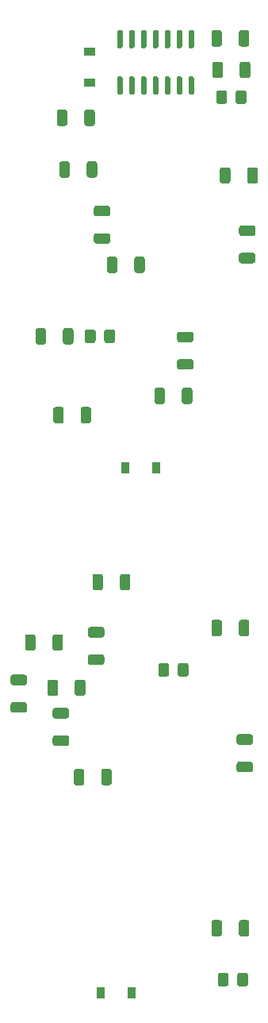
<source format=gbr>
%TF.GenerationSoftware,KiCad,Pcbnew,(5.1.9-0-10_14)*%
%TF.CreationDate,2021-04-20T22:44:58+02:00*%
%TF.ProjectId,tribus_front,74726962-7573-45f6-9672-6f6e742e6b69,rev?*%
%TF.SameCoordinates,Original*%
%TF.FileFunction,Paste,Bot*%
%TF.FilePolarity,Positive*%
%FSLAX46Y46*%
G04 Gerber Fmt 4.6, Leading zero omitted, Abs format (unit mm)*
G04 Created by KiCad (PCBNEW (5.1.9-0-10_14)) date 2021-04-20 22:44:58*
%MOMM*%
%LPD*%
G01*
G04 APERTURE LIST*
%ADD10R,1.200000X0.900000*%
%ADD11R,0.900000X1.200000*%
G04 APERTURE END LIST*
%TO.C,C21*%
G36*
G01*
X26950000Y-9275000D02*
X26950000Y-8325000D01*
G75*
G02*
X27200000Y-8075000I250000J0D01*
G01*
X27875000Y-8075000D01*
G75*
G02*
X28125000Y-8325000I0J-250000D01*
G01*
X28125000Y-9275000D01*
G75*
G02*
X27875000Y-9525000I-250000J0D01*
G01*
X27200000Y-9525000D01*
G75*
G02*
X26950000Y-9275000I0J250000D01*
G01*
G37*
G36*
G01*
X24875000Y-9275000D02*
X24875000Y-8325000D01*
G75*
G02*
X25125000Y-8075000I250000J0D01*
G01*
X25800000Y-8075000D01*
G75*
G02*
X26050000Y-8325000I0J-250000D01*
G01*
X26050000Y-9275000D01*
G75*
G02*
X25800000Y-9525000I-250000J0D01*
G01*
X25125000Y-9525000D01*
G75*
G02*
X24875000Y-9275000I0J250000D01*
G01*
G37*
%TD*%
%TO.C,C38*%
G36*
G01*
X27120000Y-103345000D02*
X27120000Y-102395000D01*
G75*
G02*
X27370000Y-102145000I250000J0D01*
G01*
X28045000Y-102145000D01*
G75*
G02*
X28295000Y-102395000I0J-250000D01*
G01*
X28295000Y-103345000D01*
G75*
G02*
X28045000Y-103595000I-250000J0D01*
G01*
X27370000Y-103595000D01*
G75*
G02*
X27120000Y-103345000I0J250000D01*
G01*
G37*
G36*
G01*
X25045000Y-103345000D02*
X25045000Y-102395000D01*
G75*
G02*
X25295000Y-102145000I250000J0D01*
G01*
X25970000Y-102145000D01*
G75*
G02*
X26220000Y-102395000I0J-250000D01*
G01*
X26220000Y-103345000D01*
G75*
G02*
X25970000Y-103595000I-250000J0D01*
G01*
X25295000Y-103595000D01*
G75*
G02*
X25045000Y-103345000I0J250000D01*
G01*
G37*
%TD*%
%TO.C,C39*%
G36*
G01*
X12917500Y-34765000D02*
X12917500Y-33815000D01*
G75*
G02*
X13167500Y-33565000I250000J0D01*
G01*
X13842500Y-33565000D01*
G75*
G02*
X14092500Y-33815000I0J-250000D01*
G01*
X14092500Y-34765000D01*
G75*
G02*
X13842500Y-35015000I-250000J0D01*
G01*
X13167500Y-35015000D01*
G75*
G02*
X12917500Y-34765000I0J250000D01*
G01*
G37*
G36*
G01*
X10842500Y-34765000D02*
X10842500Y-33815000D01*
G75*
G02*
X11092500Y-33565000I250000J0D01*
G01*
X11767500Y-33565000D01*
G75*
G02*
X12017500Y-33815000I0J-250000D01*
G01*
X12017500Y-34765000D01*
G75*
G02*
X11767500Y-35015000I-250000J0D01*
G01*
X11092500Y-35015000D01*
G75*
G02*
X10842500Y-34765000I0J250000D01*
G01*
G37*
%TD*%
%TO.C,C40*%
G36*
G01*
X20770000Y-70325000D02*
X20770000Y-69375000D01*
G75*
G02*
X21020000Y-69125000I250000J0D01*
G01*
X21695000Y-69125000D01*
G75*
G02*
X21945000Y-69375000I0J-250000D01*
G01*
X21945000Y-70325000D01*
G75*
G02*
X21695000Y-70575000I-250000J0D01*
G01*
X21020000Y-70575000D01*
G75*
G02*
X20770000Y-70325000I0J250000D01*
G01*
G37*
G36*
G01*
X18695000Y-70325000D02*
X18695000Y-69375000D01*
G75*
G02*
X18945000Y-69125000I250000J0D01*
G01*
X19620000Y-69125000D01*
G75*
G02*
X19870000Y-69375000I0J-250000D01*
G01*
X19870000Y-70325000D01*
G75*
G02*
X19620000Y-70575000I-250000J0D01*
G01*
X18945000Y-70575000D01*
G75*
G02*
X18695000Y-70325000I0J250000D01*
G01*
G37*
%TD*%
D10*
%TO.C,D3*%
X11400000Y-3950000D03*
X11400000Y-7250000D03*
%TD*%
D11*
%TO.C,D15*%
X15850000Y-104300000D03*
X12550000Y-104300000D03*
%TD*%
%TO.C,D16*%
X18500000Y-48300000D03*
X15200000Y-48300000D03*
%TD*%
%TO.C,U4*%
G36*
G01*
X22375000Y-3580000D02*
X22075000Y-3580000D01*
G75*
G02*
X21925000Y-3430000I0J150000D01*
G01*
X21925000Y-1780000D01*
G75*
G02*
X22075000Y-1630000I150000J0D01*
G01*
X22375000Y-1630000D01*
G75*
G02*
X22525000Y-1780000I0J-150000D01*
G01*
X22525000Y-3430000D01*
G75*
G02*
X22375000Y-3580000I-150000J0D01*
G01*
G37*
G36*
G01*
X21105000Y-3580000D02*
X20805000Y-3580000D01*
G75*
G02*
X20655000Y-3430000I0J150000D01*
G01*
X20655000Y-1780000D01*
G75*
G02*
X20805000Y-1630000I150000J0D01*
G01*
X21105000Y-1630000D01*
G75*
G02*
X21255000Y-1780000I0J-150000D01*
G01*
X21255000Y-3430000D01*
G75*
G02*
X21105000Y-3580000I-150000J0D01*
G01*
G37*
G36*
G01*
X19835000Y-3580000D02*
X19535000Y-3580000D01*
G75*
G02*
X19385000Y-3430000I0J150000D01*
G01*
X19385000Y-1780000D01*
G75*
G02*
X19535000Y-1630000I150000J0D01*
G01*
X19835000Y-1630000D01*
G75*
G02*
X19985000Y-1780000I0J-150000D01*
G01*
X19985000Y-3430000D01*
G75*
G02*
X19835000Y-3580000I-150000J0D01*
G01*
G37*
G36*
G01*
X18565000Y-3580000D02*
X18265000Y-3580000D01*
G75*
G02*
X18115000Y-3430000I0J150000D01*
G01*
X18115000Y-1780000D01*
G75*
G02*
X18265000Y-1630000I150000J0D01*
G01*
X18565000Y-1630000D01*
G75*
G02*
X18715000Y-1780000I0J-150000D01*
G01*
X18715000Y-3430000D01*
G75*
G02*
X18565000Y-3580000I-150000J0D01*
G01*
G37*
G36*
G01*
X17295000Y-3580000D02*
X16995000Y-3580000D01*
G75*
G02*
X16845000Y-3430000I0J150000D01*
G01*
X16845000Y-1780000D01*
G75*
G02*
X16995000Y-1630000I150000J0D01*
G01*
X17295000Y-1630000D01*
G75*
G02*
X17445000Y-1780000I0J-150000D01*
G01*
X17445000Y-3430000D01*
G75*
G02*
X17295000Y-3580000I-150000J0D01*
G01*
G37*
G36*
G01*
X16025000Y-3580000D02*
X15725000Y-3580000D01*
G75*
G02*
X15575000Y-3430000I0J150000D01*
G01*
X15575000Y-1780000D01*
G75*
G02*
X15725000Y-1630000I150000J0D01*
G01*
X16025000Y-1630000D01*
G75*
G02*
X16175000Y-1780000I0J-150000D01*
G01*
X16175000Y-3430000D01*
G75*
G02*
X16025000Y-3580000I-150000J0D01*
G01*
G37*
G36*
G01*
X14755000Y-3580000D02*
X14455000Y-3580000D01*
G75*
G02*
X14305000Y-3430000I0J150000D01*
G01*
X14305000Y-1780000D01*
G75*
G02*
X14455000Y-1630000I150000J0D01*
G01*
X14755000Y-1630000D01*
G75*
G02*
X14905000Y-1780000I0J-150000D01*
G01*
X14905000Y-3430000D01*
G75*
G02*
X14755000Y-3580000I-150000J0D01*
G01*
G37*
G36*
G01*
X14755000Y-8530000D02*
X14455000Y-8530000D01*
G75*
G02*
X14305000Y-8380000I0J150000D01*
G01*
X14305000Y-6730000D01*
G75*
G02*
X14455000Y-6580000I150000J0D01*
G01*
X14755000Y-6580000D01*
G75*
G02*
X14905000Y-6730000I0J-150000D01*
G01*
X14905000Y-8380000D01*
G75*
G02*
X14755000Y-8530000I-150000J0D01*
G01*
G37*
G36*
G01*
X16025000Y-8530000D02*
X15725000Y-8530000D01*
G75*
G02*
X15575000Y-8380000I0J150000D01*
G01*
X15575000Y-6730000D01*
G75*
G02*
X15725000Y-6580000I150000J0D01*
G01*
X16025000Y-6580000D01*
G75*
G02*
X16175000Y-6730000I0J-150000D01*
G01*
X16175000Y-8380000D01*
G75*
G02*
X16025000Y-8530000I-150000J0D01*
G01*
G37*
G36*
G01*
X17295000Y-8530000D02*
X16995000Y-8530000D01*
G75*
G02*
X16845000Y-8380000I0J150000D01*
G01*
X16845000Y-6730000D01*
G75*
G02*
X16995000Y-6580000I150000J0D01*
G01*
X17295000Y-6580000D01*
G75*
G02*
X17445000Y-6730000I0J-150000D01*
G01*
X17445000Y-8380000D01*
G75*
G02*
X17295000Y-8530000I-150000J0D01*
G01*
G37*
G36*
G01*
X18565000Y-8530000D02*
X18265000Y-8530000D01*
G75*
G02*
X18115000Y-8380000I0J150000D01*
G01*
X18115000Y-6730000D01*
G75*
G02*
X18265000Y-6580000I150000J0D01*
G01*
X18565000Y-6580000D01*
G75*
G02*
X18715000Y-6730000I0J-150000D01*
G01*
X18715000Y-8380000D01*
G75*
G02*
X18565000Y-8530000I-150000J0D01*
G01*
G37*
G36*
G01*
X19835000Y-8530000D02*
X19535000Y-8530000D01*
G75*
G02*
X19385000Y-8380000I0J150000D01*
G01*
X19385000Y-6730000D01*
G75*
G02*
X19535000Y-6580000I150000J0D01*
G01*
X19835000Y-6580000D01*
G75*
G02*
X19985000Y-6730000I0J-150000D01*
G01*
X19985000Y-8380000D01*
G75*
G02*
X19835000Y-8530000I-150000J0D01*
G01*
G37*
G36*
G01*
X21105000Y-8530000D02*
X20805000Y-8530000D01*
G75*
G02*
X20655000Y-8380000I0J150000D01*
G01*
X20655000Y-6730000D01*
G75*
G02*
X20805000Y-6580000I150000J0D01*
G01*
X21105000Y-6580000D01*
G75*
G02*
X21255000Y-6730000I0J-150000D01*
G01*
X21255000Y-8380000D01*
G75*
G02*
X21105000Y-8530000I-150000J0D01*
G01*
G37*
G36*
G01*
X22375000Y-8530000D02*
X22075000Y-8530000D01*
G75*
G02*
X21925000Y-8380000I0J150000D01*
G01*
X21925000Y-6730000D01*
G75*
G02*
X22075000Y-6580000I150000J0D01*
G01*
X22375000Y-6580000D01*
G75*
G02*
X22525000Y-6730000I0J-150000D01*
G01*
X22525000Y-8380000D01*
G75*
G02*
X22375000Y-8530000I-150000J0D01*
G01*
G37*
%TD*%
%TO.C,R7*%
G36*
G01*
X12800000Y-59874997D02*
X12800000Y-61125003D01*
G75*
G02*
X12550003Y-61375000I-249997J0D01*
G01*
X11924997Y-61375000D01*
G75*
G02*
X11675000Y-61125003I0J249997D01*
G01*
X11675000Y-59874997D01*
G75*
G02*
X11924997Y-59625000I249997J0D01*
G01*
X12550003Y-59625000D01*
G75*
G02*
X12800000Y-59874997I0J-249997D01*
G01*
G37*
G36*
G01*
X15725000Y-59874997D02*
X15725000Y-61125003D01*
G75*
G02*
X15475003Y-61375000I-249997J0D01*
G01*
X14849997Y-61375000D01*
G75*
G02*
X14600000Y-61125003I0J249997D01*
G01*
X14600000Y-59874997D01*
G75*
G02*
X14849997Y-59625000I249997J0D01*
G01*
X15475003Y-59625000D01*
G75*
G02*
X15725000Y-59874997I0J-249997D01*
G01*
G37*
%TD*%
%TO.C,R8*%
G36*
G01*
X24475000Y-6525003D02*
X24475000Y-5274997D01*
G75*
G02*
X24724997Y-5025000I249997J0D01*
G01*
X25350003Y-5025000D01*
G75*
G02*
X25600000Y-5274997I0J-249997D01*
G01*
X25600000Y-6525003D01*
G75*
G02*
X25350003Y-6775000I-249997J0D01*
G01*
X24724997Y-6775000D01*
G75*
G02*
X24475000Y-6525003I0J249997D01*
G01*
G37*
G36*
G01*
X27400000Y-6525003D02*
X27400000Y-5274997D01*
G75*
G02*
X27649997Y-5025000I249997J0D01*
G01*
X28275003Y-5025000D01*
G75*
G02*
X28525000Y-5274997I0J-249997D01*
G01*
X28525000Y-6525003D01*
G75*
G02*
X28275003Y-6775000I-249997J0D01*
G01*
X27649997Y-6775000D01*
G75*
G02*
X27400000Y-6525003I0J249997D01*
G01*
G37*
%TD*%
%TO.C,R13*%
G36*
G01*
X10800000Y-11625003D02*
X10800000Y-10374997D01*
G75*
G02*
X11049997Y-10125000I249997J0D01*
G01*
X11675003Y-10125000D01*
G75*
G02*
X11925000Y-10374997I0J-249997D01*
G01*
X11925000Y-11625003D01*
G75*
G02*
X11675003Y-11875000I-249997J0D01*
G01*
X11049997Y-11875000D01*
G75*
G02*
X10800000Y-11625003I0J249997D01*
G01*
G37*
G36*
G01*
X7875000Y-11625003D02*
X7875000Y-10374997D01*
G75*
G02*
X8124997Y-10125000I249997J0D01*
G01*
X8750003Y-10125000D01*
G75*
G02*
X9000000Y-10374997I0J-249997D01*
G01*
X9000000Y-11625003D01*
G75*
G02*
X8750003Y-11875000I-249997J0D01*
G01*
X8124997Y-11875000D01*
G75*
G02*
X7875000Y-11625003I0J249997D01*
G01*
G37*
%TD*%
%TO.C,R15*%
G36*
G01*
X12185000Y-15884997D02*
X12185000Y-17135003D01*
G75*
G02*
X11935003Y-17385000I-249997J0D01*
G01*
X11309997Y-17385000D01*
G75*
G02*
X11060000Y-17135003I0J249997D01*
G01*
X11060000Y-15884997D01*
G75*
G02*
X11309997Y-15635000I249997J0D01*
G01*
X11935003Y-15635000D01*
G75*
G02*
X12185000Y-15884997I0J-249997D01*
G01*
G37*
G36*
G01*
X9260000Y-15884997D02*
X9260000Y-17135003D01*
G75*
G02*
X9010003Y-17385000I-249997J0D01*
G01*
X8384997Y-17385000D01*
G75*
G02*
X8135000Y-17135003I0J249997D01*
G01*
X8135000Y-15884997D01*
G75*
G02*
X8384997Y-15635000I249997J0D01*
G01*
X9010003Y-15635000D01*
G75*
G02*
X9260000Y-15884997I0J-249997D01*
G01*
G37*
%TD*%
%TO.C,R16*%
G36*
G01*
X12074997Y-23300000D02*
X13325003Y-23300000D01*
G75*
G02*
X13575000Y-23549997I0J-249997D01*
G01*
X13575000Y-24175003D01*
G75*
G02*
X13325003Y-24425000I-249997J0D01*
G01*
X12074997Y-24425000D01*
G75*
G02*
X11825000Y-24175003I0J249997D01*
G01*
X11825000Y-23549997D01*
G75*
G02*
X12074997Y-23300000I249997J0D01*
G01*
G37*
G36*
G01*
X12074997Y-20375000D02*
X13325003Y-20375000D01*
G75*
G02*
X13575000Y-20624997I0J-249997D01*
G01*
X13575000Y-21250003D01*
G75*
G02*
X13325003Y-21500000I-249997J0D01*
G01*
X12074997Y-21500000D01*
G75*
G02*
X11825000Y-21250003I0J249997D01*
G01*
X11825000Y-20624997D01*
G75*
G02*
X12074997Y-20375000I249997J0D01*
G01*
G37*
%TD*%
%TO.C,R17*%
G36*
G01*
X4435003Y-74415000D02*
X3184997Y-74415000D01*
G75*
G02*
X2935000Y-74165003I0J249997D01*
G01*
X2935000Y-73539997D01*
G75*
G02*
X3184997Y-73290000I249997J0D01*
G01*
X4435003Y-73290000D01*
G75*
G02*
X4685000Y-73539997I0J-249997D01*
G01*
X4685000Y-74165003D01*
G75*
G02*
X4435003Y-74415000I-249997J0D01*
G01*
G37*
G36*
G01*
X4435003Y-71490000D02*
X3184997Y-71490000D01*
G75*
G02*
X2935000Y-71240003I0J249997D01*
G01*
X2935000Y-70614997D01*
G75*
G02*
X3184997Y-70365000I249997J0D01*
G01*
X4435003Y-70365000D01*
G75*
G02*
X4685000Y-70614997I0J-249997D01*
G01*
X4685000Y-71240003D01*
G75*
G02*
X4435003Y-71490000I-249997J0D01*
G01*
G37*
%TD*%
%TO.C,R20*%
G36*
G01*
X10800000Y-80654997D02*
X10800000Y-81905003D01*
G75*
G02*
X10550003Y-82155000I-249997J0D01*
G01*
X9924997Y-82155000D01*
G75*
G02*
X9675000Y-81905003I0J249997D01*
G01*
X9675000Y-80654997D01*
G75*
G02*
X9924997Y-80405000I249997J0D01*
G01*
X10550003Y-80405000D01*
G75*
G02*
X10800000Y-80654997I0J-249997D01*
G01*
G37*
G36*
G01*
X13725000Y-80654997D02*
X13725000Y-81905003D01*
G75*
G02*
X13475003Y-82155000I-249997J0D01*
G01*
X12849997Y-82155000D01*
G75*
G02*
X12600000Y-81905003I0J249997D01*
G01*
X12600000Y-80654997D01*
G75*
G02*
X12849997Y-80405000I249997J0D01*
G01*
X13475003Y-80405000D01*
G75*
G02*
X13725000Y-80654997I0J-249997D01*
G01*
G37*
%TD*%
%TO.C,R26*%
G36*
G01*
X10915000Y-71129997D02*
X10915000Y-72380003D01*
G75*
G02*
X10665003Y-72630000I-249997J0D01*
G01*
X10039997Y-72630000D01*
G75*
G02*
X9790000Y-72380003I0J249997D01*
G01*
X9790000Y-71129997D01*
G75*
G02*
X10039997Y-70880000I249997J0D01*
G01*
X10665003Y-70880000D01*
G75*
G02*
X10915000Y-71129997I0J-249997D01*
G01*
G37*
G36*
G01*
X7990000Y-71129997D02*
X7990000Y-72380003D01*
G75*
G02*
X7740003Y-72630000I-249997J0D01*
G01*
X7114997Y-72630000D01*
G75*
G02*
X6865000Y-72380003I0J249997D01*
G01*
X6865000Y-71129997D01*
G75*
G02*
X7114997Y-70880000I249997J0D01*
G01*
X7740003Y-70880000D01*
G75*
G02*
X7990000Y-71129997I0J-249997D01*
G01*
G37*
%TD*%
%TO.C,R29*%
G36*
G01*
X27300000Y-98025003D02*
X27300000Y-96774997D01*
G75*
G02*
X27549997Y-96525000I249997J0D01*
G01*
X28175003Y-96525000D01*
G75*
G02*
X28425000Y-96774997I0J-249997D01*
G01*
X28425000Y-98025003D01*
G75*
G02*
X28175003Y-98275000I-249997J0D01*
G01*
X27549997Y-98275000D01*
G75*
G02*
X27300000Y-98025003I0J249997D01*
G01*
G37*
G36*
G01*
X24375000Y-98025003D02*
X24375000Y-96774997D01*
G75*
G02*
X24624997Y-96525000I249997J0D01*
G01*
X25250003Y-96525000D01*
G75*
G02*
X25500000Y-96774997I0J-249997D01*
G01*
X25500000Y-98025003D01*
G75*
G02*
X25250003Y-98275000I-249997J0D01*
G01*
X24624997Y-98275000D01*
G75*
G02*
X24375000Y-98025003I0J249997D01*
G01*
G37*
%TD*%
%TO.C,R56*%
G36*
G01*
X12690003Y-69335000D02*
X11439997Y-69335000D01*
G75*
G02*
X11190000Y-69085003I0J249997D01*
G01*
X11190000Y-68459997D01*
G75*
G02*
X11439997Y-68210000I249997J0D01*
G01*
X12690003Y-68210000D01*
G75*
G02*
X12940000Y-68459997I0J-249997D01*
G01*
X12940000Y-69085003D01*
G75*
G02*
X12690003Y-69335000I-249997J0D01*
G01*
G37*
G36*
G01*
X12690003Y-66410000D02*
X11439997Y-66410000D01*
G75*
G02*
X11190000Y-66160003I0J249997D01*
G01*
X11190000Y-65534997D01*
G75*
G02*
X11439997Y-65285000I249997J0D01*
G01*
X12690003Y-65285000D01*
G75*
G02*
X12940000Y-65534997I0J-249997D01*
G01*
X12940000Y-66160003D01*
G75*
G02*
X12690003Y-66410000I-249997J0D01*
G01*
G37*
%TD*%
%TO.C,R57*%
G36*
G01*
X7400000Y-67555003D02*
X7400000Y-66304997D01*
G75*
G02*
X7649997Y-66055000I249997J0D01*
G01*
X8275003Y-66055000D01*
G75*
G02*
X8525000Y-66304997I0J-249997D01*
G01*
X8525000Y-67555003D01*
G75*
G02*
X8275003Y-67805000I-249997J0D01*
G01*
X7649997Y-67805000D01*
G75*
G02*
X7400000Y-67555003I0J249997D01*
G01*
G37*
G36*
G01*
X4475000Y-67555003D02*
X4475000Y-66304997D01*
G75*
G02*
X4724997Y-66055000I249997J0D01*
G01*
X5350003Y-66055000D01*
G75*
G02*
X5600000Y-66304997I0J-249997D01*
G01*
X5600000Y-67555003D01*
G75*
G02*
X5350003Y-67805000I-249997J0D01*
G01*
X4724997Y-67805000D01*
G75*
G02*
X4475000Y-67555003I0J249997D01*
G01*
G37*
%TD*%
%TO.C,R59*%
G36*
G01*
X24375000Y-3165003D02*
X24375000Y-1914997D01*
G75*
G02*
X24624997Y-1665000I249997J0D01*
G01*
X25250003Y-1665000D01*
G75*
G02*
X25500000Y-1914997I0J-249997D01*
G01*
X25500000Y-3165003D01*
G75*
G02*
X25250003Y-3415000I-249997J0D01*
G01*
X24624997Y-3415000D01*
G75*
G02*
X24375000Y-3165003I0J249997D01*
G01*
G37*
G36*
G01*
X27300000Y-3165003D02*
X27300000Y-1914997D01*
G75*
G02*
X27549997Y-1665000I249997J0D01*
G01*
X28175003Y-1665000D01*
G75*
G02*
X28425000Y-1914997I0J-249997D01*
G01*
X28425000Y-3165003D01*
G75*
G02*
X28175003Y-3415000I-249997J0D01*
G01*
X27549997Y-3415000D01*
G75*
G02*
X27300000Y-3165003I0J249997D01*
G01*
G37*
%TD*%
%TO.C,R60*%
G36*
G01*
X28825003Y-23600000D02*
X27574997Y-23600000D01*
G75*
G02*
X27325000Y-23350003I0J249997D01*
G01*
X27325000Y-22724997D01*
G75*
G02*
X27574997Y-22475000I249997J0D01*
G01*
X28825003Y-22475000D01*
G75*
G02*
X29075000Y-22724997I0J-249997D01*
G01*
X29075000Y-23350003D01*
G75*
G02*
X28825003Y-23600000I-249997J0D01*
G01*
G37*
G36*
G01*
X28825003Y-26525000D02*
X27574997Y-26525000D01*
G75*
G02*
X27325000Y-26275003I0J249997D01*
G01*
X27325000Y-25649997D01*
G75*
G02*
X27574997Y-25400000I249997J0D01*
G01*
X28825003Y-25400000D01*
G75*
G02*
X29075000Y-25649997I0J-249997D01*
G01*
X29075000Y-26275003D01*
G75*
G02*
X28825003Y-26525000I-249997J0D01*
G01*
G37*
%TD*%
%TO.C,R61*%
G36*
G01*
X28205000Y-17770003D02*
X28205000Y-16519997D01*
G75*
G02*
X28454997Y-16270000I249997J0D01*
G01*
X29080003Y-16270000D01*
G75*
G02*
X29330000Y-16519997I0J-249997D01*
G01*
X29330000Y-17770003D01*
G75*
G02*
X29080003Y-18020000I-249997J0D01*
G01*
X28454997Y-18020000D01*
G75*
G02*
X28205000Y-17770003I0J249997D01*
G01*
G37*
G36*
G01*
X25280000Y-17770003D02*
X25280000Y-16519997D01*
G75*
G02*
X25529997Y-16270000I249997J0D01*
G01*
X26155003Y-16270000D01*
G75*
G02*
X26405000Y-16519997I0J-249997D01*
G01*
X26405000Y-17770003D01*
G75*
G02*
X26155003Y-18020000I-249997J0D01*
G01*
X25529997Y-18020000D01*
G75*
G02*
X25280000Y-17770003I0J249997D01*
G01*
G37*
%TD*%
%TO.C,R62*%
G36*
G01*
X17265000Y-26044997D02*
X17265000Y-27295003D01*
G75*
G02*
X17015003Y-27545000I-249997J0D01*
G01*
X16389997Y-27545000D01*
G75*
G02*
X16140000Y-27295003I0J249997D01*
G01*
X16140000Y-26044997D01*
G75*
G02*
X16389997Y-25795000I249997J0D01*
G01*
X17015003Y-25795000D01*
G75*
G02*
X17265000Y-26044997I0J-249997D01*
G01*
G37*
G36*
G01*
X14340000Y-26044997D02*
X14340000Y-27295003D01*
G75*
G02*
X14090003Y-27545000I-249997J0D01*
G01*
X13464997Y-27545000D01*
G75*
G02*
X13215000Y-27295003I0J249997D01*
G01*
X13215000Y-26044997D01*
G75*
G02*
X13464997Y-25795000I249997J0D01*
G01*
X14090003Y-25795000D01*
G75*
G02*
X14340000Y-26044997I0J-249997D01*
G01*
G37*
%TD*%
%TO.C,R63*%
G36*
G01*
X24375000Y-66025003D02*
X24375000Y-64774997D01*
G75*
G02*
X24624997Y-64525000I249997J0D01*
G01*
X25250003Y-64525000D01*
G75*
G02*
X25500000Y-64774997I0J-249997D01*
G01*
X25500000Y-66025003D01*
G75*
G02*
X25250003Y-66275000I-249997J0D01*
G01*
X24624997Y-66275000D01*
G75*
G02*
X24375000Y-66025003I0J249997D01*
G01*
G37*
G36*
G01*
X27300000Y-66025003D02*
X27300000Y-64774997D01*
G75*
G02*
X27549997Y-64525000I249997J0D01*
G01*
X28175003Y-64525000D01*
G75*
G02*
X28425000Y-64774997I0J-249997D01*
G01*
X28425000Y-66025003D01*
G75*
G02*
X28175003Y-66275000I-249997J0D01*
G01*
X27549997Y-66275000D01*
G75*
G02*
X27300000Y-66025003I0J249997D01*
G01*
G37*
%TD*%
%TO.C,R64*%
G36*
G01*
X7674997Y-73905000D02*
X8925003Y-73905000D01*
G75*
G02*
X9175000Y-74154997I0J-249997D01*
G01*
X9175000Y-74780003D01*
G75*
G02*
X8925003Y-75030000I-249997J0D01*
G01*
X7674997Y-75030000D01*
G75*
G02*
X7425000Y-74780003I0J249997D01*
G01*
X7425000Y-74154997D01*
G75*
G02*
X7674997Y-73905000I249997J0D01*
G01*
G37*
G36*
G01*
X7674997Y-76830000D02*
X8925003Y-76830000D01*
G75*
G02*
X9175000Y-77079997I0J-249997D01*
G01*
X9175000Y-77705003D01*
G75*
G02*
X8925003Y-77955000I-249997J0D01*
G01*
X7674997Y-77955000D01*
G75*
G02*
X7425000Y-77705003I0J249997D01*
G01*
X7425000Y-77079997D01*
G75*
G02*
X7674997Y-76830000I249997J0D01*
G01*
G37*
%TD*%
%TO.C,R65*%
G36*
G01*
X27314997Y-79640000D02*
X28565003Y-79640000D01*
G75*
G02*
X28815000Y-79889997I0J-249997D01*
G01*
X28815000Y-80515003D01*
G75*
G02*
X28565003Y-80765000I-249997J0D01*
G01*
X27314997Y-80765000D01*
G75*
G02*
X27065000Y-80515003I0J249997D01*
G01*
X27065000Y-79889997D01*
G75*
G02*
X27314997Y-79640000I249997J0D01*
G01*
G37*
G36*
G01*
X27314997Y-76715000D02*
X28565003Y-76715000D01*
G75*
G02*
X28815000Y-76964997I0J-249997D01*
G01*
X28815000Y-77590003D01*
G75*
G02*
X28565003Y-77840000I-249997J0D01*
G01*
X27314997Y-77840000D01*
G75*
G02*
X27065000Y-77590003I0J249997D01*
G01*
X27065000Y-76964997D01*
G75*
G02*
X27314997Y-76715000I249997J0D01*
G01*
G37*
%TD*%
%TO.C,R66*%
G36*
G01*
X7475000Y-43325003D02*
X7475000Y-42074997D01*
G75*
G02*
X7724997Y-41825000I249997J0D01*
G01*
X8350003Y-41825000D01*
G75*
G02*
X8600000Y-42074997I0J-249997D01*
G01*
X8600000Y-43325003D01*
G75*
G02*
X8350003Y-43575000I-249997J0D01*
G01*
X7724997Y-43575000D01*
G75*
G02*
X7475000Y-43325003I0J249997D01*
G01*
G37*
G36*
G01*
X10400000Y-43325003D02*
X10400000Y-42074997D01*
G75*
G02*
X10649997Y-41825000I249997J0D01*
G01*
X11275003Y-41825000D01*
G75*
G02*
X11525000Y-42074997I0J-249997D01*
G01*
X11525000Y-43325003D01*
G75*
G02*
X11275003Y-43575000I-249997J0D01*
G01*
X10649997Y-43575000D01*
G75*
G02*
X10400000Y-43325003I0J249997D01*
G01*
G37*
%TD*%
%TO.C,R67*%
G36*
G01*
X18295000Y-41265003D02*
X18295000Y-40014997D01*
G75*
G02*
X18544997Y-39765000I249997J0D01*
G01*
X19170003Y-39765000D01*
G75*
G02*
X19420000Y-40014997I0J-249997D01*
G01*
X19420000Y-41265003D01*
G75*
G02*
X19170003Y-41515000I-249997J0D01*
G01*
X18544997Y-41515000D01*
G75*
G02*
X18295000Y-41265003I0J249997D01*
G01*
G37*
G36*
G01*
X21220000Y-41265003D02*
X21220000Y-40014997D01*
G75*
G02*
X21469997Y-39765000I249997J0D01*
G01*
X22095003Y-39765000D01*
G75*
G02*
X22345000Y-40014997I0J-249997D01*
G01*
X22345000Y-41265003D01*
G75*
G02*
X22095003Y-41515000I-249997J0D01*
G01*
X21469997Y-41515000D01*
G75*
G02*
X21220000Y-41265003I0J249997D01*
G01*
G37*
%TD*%
%TO.C,R68*%
G36*
G01*
X8520000Y-34915003D02*
X8520000Y-33664997D01*
G75*
G02*
X8769997Y-33415000I249997J0D01*
G01*
X9395003Y-33415000D01*
G75*
G02*
X9645000Y-33664997I0J-249997D01*
G01*
X9645000Y-34915003D01*
G75*
G02*
X9395003Y-35165000I-249997J0D01*
G01*
X8769997Y-35165000D01*
G75*
G02*
X8520000Y-34915003I0J249997D01*
G01*
G37*
G36*
G01*
X5595000Y-34915003D02*
X5595000Y-33664997D01*
G75*
G02*
X5844997Y-33415000I249997J0D01*
G01*
X6470003Y-33415000D01*
G75*
G02*
X6720000Y-33664997I0J-249997D01*
G01*
X6720000Y-34915003D01*
G75*
G02*
X6470003Y-35165000I-249997J0D01*
G01*
X5844997Y-35165000D01*
G75*
G02*
X5595000Y-34915003I0J249997D01*
G01*
G37*
%TD*%
%TO.C,R69*%
G36*
G01*
X20964997Y-36730000D02*
X22215003Y-36730000D01*
G75*
G02*
X22465000Y-36979997I0J-249997D01*
G01*
X22465000Y-37605003D01*
G75*
G02*
X22215003Y-37855000I-249997J0D01*
G01*
X20964997Y-37855000D01*
G75*
G02*
X20715000Y-37605003I0J249997D01*
G01*
X20715000Y-36979997D01*
G75*
G02*
X20964997Y-36730000I249997J0D01*
G01*
G37*
G36*
G01*
X20964997Y-33805000D02*
X22215003Y-33805000D01*
G75*
G02*
X22465000Y-34054997I0J-249997D01*
G01*
X22465000Y-34680003D01*
G75*
G02*
X22215003Y-34930000I-249997J0D01*
G01*
X20964997Y-34930000D01*
G75*
G02*
X20715000Y-34680003I0J249997D01*
G01*
X20715000Y-34054997D01*
G75*
G02*
X20964997Y-33805000I249997J0D01*
G01*
G37*
%TD*%
M02*

</source>
